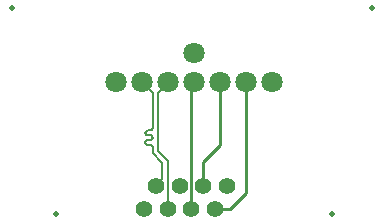
<source format=gbr>
G04 #@! TF.GenerationSoftware,KiCad,Pcbnew,(5.99.0-9812-gfee3c41c40)*
G04 #@! TF.CreationDate,2021-03-23T13:38:30-07:00*
G04 #@! TF.ProjectId,homebreakout,686f6d65-6272-4656-916b-6f75742e6b69,rev?*
G04 #@! TF.SameCoordinates,Original*
G04 #@! TF.FileFunction,Copper,L1,Top*
G04 #@! TF.FilePolarity,Positive*
%FSLAX46Y46*%
G04 Gerber Fmt 4.6, Leading zero omitted, Abs format (unit mm)*
G04 Created by KiCad (PCBNEW (5.99.0-9812-gfee3c41c40)) date 2021-03-23 13:38:30*
%MOMM*%
%LPD*%
G01*
G04 APERTURE LIST*
G04 #@! TA.AperFunction,SMDPad,CuDef*
%ADD10C,0.500000*%
G04 #@! TD*
G04 #@! TA.AperFunction,ComponentPad*
%ADD11C,1.397000*%
G04 #@! TD*
G04 #@! TA.AperFunction,ComponentPad*
%ADD12C,1.800000*%
G04 #@! TD*
G04 #@! TA.AperFunction,Conductor*
%ADD13C,0.200000*%
G04 #@! TD*
G04 #@! TA.AperFunction,Conductor*
%ADD14C,0.254000*%
G04 #@! TD*
G04 APERTURE END LIST*
D10*
X169164000Y-50292000D03*
X138684000Y-50292000D03*
X142367000Y-67691000D03*
X165735000Y-67691000D03*
D11*
X149860000Y-67310000D03*
X150860001Y-65309999D03*
X151860001Y-67310000D03*
X152860002Y-65309999D03*
X153860000Y-67310000D03*
X154860000Y-65309999D03*
X155860001Y-67310000D03*
X156860001Y-65309999D03*
D12*
X160700000Y-56550000D03*
X156300000Y-56550000D03*
X158500000Y-56550000D03*
X154100000Y-56550000D03*
X151900000Y-56550000D03*
X149700000Y-56550000D03*
X147500000Y-56550000D03*
X154100000Y-54050000D03*
D13*
X150499698Y-61379366D02*
X150531367Y-61347697D01*
X150072172Y-61442806D02*
X150114444Y-61428014D01*
X149958948Y-61623000D02*
X149963963Y-61578495D01*
X150555194Y-61136223D02*
X150531367Y-61098302D01*
X150158948Y-61423000D02*
X150375000Y-61423000D01*
X150034251Y-61466633D02*
X150072172Y-61442806D01*
X150002582Y-61747697D02*
X149978755Y-61709776D01*
X150499698Y-61866633D02*
X150461777Y-61842806D01*
X150375000Y-61423000D02*
X150419505Y-61417985D01*
X149978755Y-61536223D02*
X150002582Y-61498302D01*
X150499698Y-61066633D02*
X150461777Y-61042806D01*
X150575000Y-57425000D02*
X149700000Y-56550000D01*
X150002582Y-60698302D02*
X150034251Y-60666633D01*
X150499698Y-60579366D02*
X150531367Y-60547697D01*
X149978755Y-60909776D02*
X149963963Y-60867504D01*
X150419505Y-60617985D02*
X150461777Y-60603193D01*
X150569986Y-61978495D02*
X150555194Y-61936223D01*
X150034251Y-61779366D02*
X150002582Y-61747697D01*
X150860001Y-65309999D02*
X151410001Y-64759999D01*
X150034251Y-60666633D02*
X150072172Y-60642806D01*
X150555194Y-61309776D02*
X150569986Y-61267504D01*
X149963963Y-60778495D02*
X149978755Y-60736223D01*
X150575000Y-62023000D02*
X150569986Y-61978495D01*
X150072172Y-61803193D02*
X150034251Y-61779366D01*
X150375000Y-61023000D02*
X150158948Y-61023000D01*
X150375000Y-60623000D02*
X150419505Y-60617985D01*
X150114444Y-61428014D02*
X150158948Y-61423000D01*
X150114444Y-61017985D02*
X150072172Y-61003193D01*
X150531367Y-61898302D02*
X150499698Y-61866633D01*
X150531367Y-61347697D02*
X150555194Y-61309776D01*
X150375000Y-61823000D02*
X150158948Y-61823000D01*
X150461777Y-60603193D02*
X150499698Y-60579366D01*
X149978755Y-61709776D02*
X149963963Y-61667504D01*
X149978755Y-60736223D02*
X150002582Y-60698302D01*
X150575000Y-62552000D02*
X150575000Y-62023000D01*
X150531367Y-61098302D02*
X150499698Y-61066633D01*
X150002582Y-61498302D02*
X150034251Y-61466633D01*
X150158948Y-60623000D02*
X150375000Y-60623000D01*
X151410001Y-64759999D02*
X151410001Y-63387001D01*
X150072172Y-61003193D02*
X150034251Y-60979366D01*
X150575000Y-60423000D02*
X150575000Y-57425000D01*
X150555194Y-61936223D02*
X150531367Y-61898302D01*
X150461777Y-61403193D02*
X150499698Y-61379366D01*
X150531367Y-60547697D02*
X150555194Y-60509776D01*
X150114444Y-60628014D02*
X150158948Y-60623000D01*
X149963963Y-61667504D02*
X149958948Y-61623000D01*
X150158948Y-61823000D02*
X150114444Y-61817985D01*
X149958948Y-60823000D02*
X149963963Y-60778495D01*
X150158948Y-61023000D02*
X150114444Y-61017985D01*
X150419505Y-61028014D02*
X150375000Y-61023000D01*
X150575000Y-61223000D02*
X150569986Y-61178495D01*
X150569986Y-60467504D02*
X150575000Y-60423000D01*
X150034251Y-60979366D02*
X150002582Y-60947697D01*
X150114444Y-61817985D02*
X150072172Y-61803193D01*
X150419505Y-61417985D02*
X150461777Y-61403193D01*
X150419505Y-61828014D02*
X150375000Y-61823000D01*
X150461777Y-61042806D02*
X150419505Y-61028014D01*
X149963963Y-61578495D02*
X149978755Y-61536223D01*
X149963963Y-60867504D02*
X149958948Y-60823000D01*
X150461777Y-61842806D02*
X150419505Y-61828014D01*
X150569986Y-61267504D02*
X150575000Y-61223000D01*
X150555194Y-60509776D02*
X150569986Y-60467504D01*
X150072172Y-60642806D02*
X150114444Y-60628014D01*
X150002582Y-60947697D02*
X149978755Y-60909776D01*
X150569986Y-61178495D02*
X150555194Y-61136223D01*
X151410001Y-63387001D02*
X150575000Y-62552000D01*
X151860001Y-64759999D02*
X151860001Y-67310000D01*
X151025000Y-57425000D02*
X151025000Y-62365600D01*
X151025000Y-62365600D02*
X151860001Y-63200601D01*
X151860001Y-63200601D02*
X151860001Y-64759999D01*
X151900000Y-56550000D02*
X151025000Y-57425000D01*
D14*
X153860000Y-56790000D02*
X153860000Y-67310000D01*
X154100000Y-56550000D02*
X153860000Y-56790000D01*
X156300000Y-61886000D02*
X154860000Y-63326000D01*
X154860000Y-63326000D02*
X154860000Y-65309999D01*
X156300000Y-56550000D02*
X156300000Y-61886000D01*
X157099000Y-67310000D02*
X155860001Y-67310000D01*
X158496000Y-65913000D02*
X157099000Y-67310000D01*
X158496000Y-64897000D02*
X158496000Y-65913000D01*
X158500000Y-56550000D02*
X158496000Y-56554000D01*
X158496000Y-56554000D02*
X158496000Y-64897000D01*
M02*

</source>
